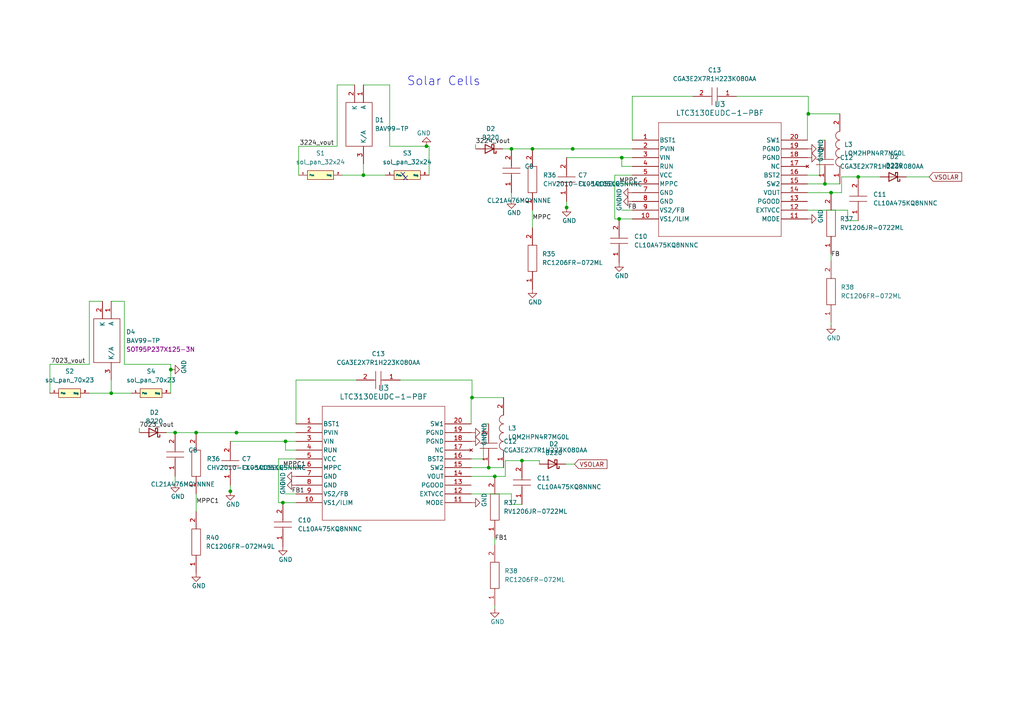
<source format=kicad_sch>
(kicad_sch (version 20230121) (generator eeschema)
  (paper "A4")
  (lib_symbols
    (symbol "AA_AUTO_LOADER:BAV99-TP" (pin_names (offset 0.762))
      (property "Reference" "D" (at 19.05 7.62 0))
      (property "Value" "BAV99-TP" (at 19.05 5.08 0))
      (symbol "BAV99-TP_0_0"
        (pin passive line (at 0 0 0) (length 5.08) (name "A") (number "1"))
        (pin passive line (at 0 -2.54 0) (length 5.08) (name "K") (number "2"))
        (pin passive line (at 22.86 0 180) (length 5.08) (name "K/A") (number "3"))
      )
    )
    (symbol "AA_AUTO_LOADER:CGA3E2X7R1H223K080AA" (pin_names (offset 0.762))
      (property "Reference" "C" (at 8.89 6.35 0))
      (property "Value" "CGA3E2X7R1H223K080AA" (at 8.89 3.81 0))
      (symbol "CGA3E2X7R1H223K080AA_0_0"
        (pin passive line (at 0 0 0) (length 5.08) (name "~") (number "1"))
        (pin passive line (at 12.7 0 180) (length 5.08) (name "~") (number "2"))
      )
    )
    (symbol "AA_AUTO_LOADER:CHV2010-FX-1005ELF" (pin_names (offset 0.762))
      (property "Reference" "R" (at 13.97 6.35 0))
      (property "Value" "CHV2010-FX-1005ELF" (at 13.97 3.81 0))
      (symbol "CHV2010-FX-1005ELF_0_0"
        (pin passive line (at 0 0 0) (length 5.08) (name "~") (number "1"))
        (pin passive line (at 17.78 0 180) (length 5.08) (name "~") (number "2"))
      )
    )
    (symbol "AA_AUTO_LOADER:CL05A105KQ5NNNC" (pin_names (offset 0.762))
      (property "Reference" "C" (at 8.89 6.35 0))
      (property "Value" "CL05A105KQ5NNNC" (at 8.89 3.81 0))
      (symbol "CL05A105KQ5NNNC_0_0"
        (pin passive line (at 0 0 0) (length 5.08) (name "~") (number "1"))
        (pin passive line (at 12.7 0 180) (length 5.08) (name "~") (number "2"))
      )
    )
    (symbol "AA_AUTO_LOADER:CL10A475KQ8NNNC" (pin_names (offset 0.762))
      (property "Reference" "C" (at 8.89 6.35 0))
      (property "Value" "CL10A475KQ8NNNC" (at 8.89 3.81 0))
      (symbol "CL10A475KQ8NNNC_0_0"
        (pin passive line (at 0 0 0) (length 5.08) (name "~") (number "1"))
        (pin passive line (at 12.7 0 180) (length 5.08) (name "~") (number "2"))
      )
    )
    (symbol "AA_AUTO_LOADER:CL21A476MQYNNNE" (pin_names (offset 0.762))
      (property "Reference" "C" (at 8.89 6.35 0))
      (property "Value" "CL21A476MQYNNNE" (at 8.89 3.81 0))
      (symbol "CL21A476MQYNNNE_0_0"
        (pin passive line (at 0 0 0) (length 5.08) (name "~") (number "1"))
        (pin passive line (at 12.7 0 180) (length 5.08) (name "~") (number "2"))
      )
    )
    (symbol "AA_AUTO_LOADER:LQM2HPN4R7MG0L" (pin_names (offset 0.762))
      (property "Reference" "L" (at 16.51 6.35 0))
      (property "Value" "LQM2HPN4R7MG0L" (at 16.51 3.81 0))
      (symbol "LQM2HPN4R7MG0L_0_0"
        (pin passive line (at 0 0 0) (length 5.08) (name "~") (number "1"))
        (pin passive line (at 20.32 0 180) (length 5.08) (name "~") (number "2"))
      )
    )
    (symbol "AA_AUTO_LOADER:RC1206FR-072M49L" (pin_names (offset 0.762))
      (property "Reference" "R" (at 13.97 6.35 0))
      (property "Value" "RC1206FR-072M49L" (at 13.97 3.81 0))
      (symbol "RC1206FR-072M49L_0_0"
        (pin passive line (at 0 0 0) (length 5.08) (name "~") (number "1"))
        (pin passive line (at 17.78 0 180) (length 5.08) (name "~") (number "2"))
      )
    )
    (symbol "AA_AUTO_LOADER:RC1206FR-072ML" (pin_names (offset 0.762))
      (property "Reference" "R" (at 13.97 6.35 0))
      (property "Value" "RC1206FR-072ML" (at 13.97 3.81 0))
      (symbol "RC1206FR-072ML_0_0"
        (pin passive line (at 0 0 0) (length 5.08) (name "~") (number "1"))
        (pin passive line (at 17.78 0 180) (length 5.08) (name "~") (number "2"))
      )
    )
    (symbol "AA_AUTO_LOADER:RV1206JR-0722ML" (pin_names (offset 0.762))
      (property "Reference" "R" (at 13.97 6.35 0))
      (property "Value" "RV1206JR-0722ML" (at 13.97 3.81 0))
      (symbol "RV1206JR-0722ML_0_0"
        (pin passive line (at 0 0 0) (length 5.08) (name "~") (number "1"))
        (pin passive line (at 17.78 0 180) (length 5.08) (name "~") (number "2"))
      )
    )
    (symbol "Diode:B220" (pin_numbers hide) (pin_names (offset 1.016) hide)
      (property "Reference" "D" (at 0 2.54 0))
      (property "Value" "B220" (at 0 -2.54 0))
      (symbol "B220_1_1"
        (pin passive line (at -3.81 0 0) (length 2.54) (name "K") (number "1"))
        (pin passive line (at 3.81 0 180) (length 2.54) (name "A") (number "2"))
      )
    )
    (symbol "LTC3130:LTC3130EUDC-1-PBF" (pin_names (offset 0.254))
      (property "Reference" "U" (at 25.4 10.16 0))
      (property "Value" "LTC3130EUDC-1-PBF" (at 25.4 7.62 0))
      (symbol "LTC3130EUDC-1-PBF_0_1"
        (pin unspecified line (at 0 0 0) (length 7.62) (name "BST1") (number "1"))
        (pin bidirectional line (at 0 -22.86 0) (length 7.62) (name "VS1/ILIM") (number "10"))
        (pin unspecified line (at 50.8 -22.86 180) (length 7.62) (name "MODE") (number "11"))
        (pin input line (at 50.8 -20.32 180) (length 7.62) (name "EXTVCC") (number "12"))
        (pin output line (at 50.8 -17.78 180) (length 7.62) (name "PGOOD") (number "13"))
        (pin output line (at 50.8 -15.24 180) (length 7.62) (name "VOUT") (number "14"))
        (pin unspecified line (at 50.8 -12.7 180) (length 7.62) (name "SW2") (number "15"))
        (pin unspecified line (at 50.8 -10.16 180) (length 7.62) (name "BST2") (number "16"))
        (pin no_connect line (at 50.8 -7.62 180) (length 7.62) (name "NC") (number "17"))
        (pin power_out line (at 50.8 -5.08 180) (length 7.62) (name "PGND") (number "18"))
        (pin power_out line (at 50.8 -2.54 180) (length 7.62) (name "PGND") (number "19"))
        (pin input line (at 0 -2.54 0) (length 7.62) (name "PVIN") (number "2"))
        (pin unspecified line (at 50.8 0 180) (length 7.62) (name "SW1") (number "20"))
        (pin input line (at 0 -5.08 0) (length 7.62) (name "VIN") (number "3"))
        (pin input line (at 0 -7.62 0) (length 7.62) (name "RUN") (number "4"))
        (pin power_in line (at 0 -10.16 0) (length 7.62) (name "VCC") (number "5"))
        (pin unspecified line (at 0 -12.7 0) (length 7.62) (name "MPPC") (number "6"))
        (pin power_out line (at 0 -15.24 0) (length 7.62) (name "GND") (number "7"))
        (pin power_out line (at 0 -17.78 0) (length 7.62) (name "GND") (number "8"))
        (pin bidirectional line (at 0 -20.32 0) (length 7.62) (name "VS2/FB") (number "9"))
      )
    )
    (symbol "power:GND" (power) (pin_names (offset 0))
      (property "Value" "GND" (at 0 -3.81 0))
      (symbol "GND_1_1"
        (pin power_in line (at 0 0 270) (length 0) hide (name "GND") (number "1"))
      )
    )
    (symbol "solar_symbol_lib:sol_pan_32x24"
      (property "Reference" "S?" (at 1.27 -1.27 0))
      (property "Value" "sol_pan_32x24" (at 1.27 1.27 0))
      (symbol "sol_pan_32x24_1_1"
        (pin output line (at -5.08 -3.81 0) (length 2.54) (name "Pos") (number "1"))
        (pin output line (at 7.62 -3.81 180) (length 2.54) (name "Neg") (number "2"))
      )
    )
    (symbol "solar_symbol_lib:sol_pan_70x23"
      (property "Reference" "S?" (at 0 2.54 0))
      (property "Value" "sol_pan_70x23" (at 0 7.62 0))
      (symbol "sol_pan_70x23_1_1"
        (pin output line (at -5.08 0 0) (length 2.54) (name "Pos") (number "1"))
        (pin output line (at 6.35 0 180) (length 2.54) (name "Neg") (number "2"))
      )
    )
  )
  (junction (at 136.906 115.316))
  (junction (at 148.336 43.18))
  (junction (at 151.384 133.604))
  (junction (at 49.53 107.188))
  (junction (at 154.432 43.18))
  (junction (at 82.042 145.796))
  (junction (at 105.41 50.8))
  (junction (at 179.578 63.5))
  (junction (at 164.338 60.198))
  (junction (at 56.896 125.476))
  (junction (at 239.268 53.34))
  (junction (at 141.732 135.636))
  (junction (at 66.802 142.494))
  (junction (at 241.046 55.88))
  (junction (at 180.34 45.72))
  (junction (at 32.258 114.046))
  (junction (at 166.116 43.18))
  (junction (at 143.51 138.176))
  (junction (at 123.698 42.418))
  (junction (at 82.804 128.016))
  (junction (at 234.442 33.02))
  (junction (at 50.8 125.476))
  (junction (at 248.92 51.308))
  (junction (at 68.58 125.476))
  (no_connect (at 117.602 51.562))
  (no_connect (at 116.84 50.546))
  (wire (pts (xy 14.478 105.664) (xy 25.908 105.664)))
  (wire (pts (xy 148.336 57.912) (xy 148.336 55.88)))
  (wire (pts (xy 40.386 124.206) (xy 40.386 125.476)))
  (wire (pts (xy 243.586 33.02) (xy 234.442 33.02)))
  (wire (pts (xy 105.41 47.498) (xy 105.41 50.8)))
  (wire (pts (xy 180.34 45.72) (xy 180.34 48.26)))
  (wire (pts (xy 244.094 51.308) (xy 248.92 51.308)))
  (wire (pts (xy 136.652 135.636) (xy 141.732 135.636)))
  (wire (pts (xy 234.442 33.02) (xy 234.188 33.02)))
  (wire (pts (xy 68.58 125.476) (xy 68.58 125.222)))
  (wire (pts (xy 180.34 60.96) (xy 183.388 60.96)))
  (wire (pts (xy 32.258 110.236) (xy 32.258 114.046)))
  (wire (pts (xy 244.094 55.88) (xy 244.094 51.308)))
  (wire (pts (xy 85.852 133.096) (xy 80.772 133.096)))
  (wire (pts (xy 82.804 128.016) (xy 66.802 128.016)))
  (wire (pts (xy 136.652 138.176) (xy 143.51 138.176)))
  (wire (pts (xy 156.464 133.604) (xy 151.384 133.604)))
  (wire (pts (xy 124.46 42.418) (xy 124.46 50.8)))
  (wire (pts (xy 143.51 138.176) (xy 146.558 138.176)))
  (wire (pts (xy 85.852 122.936) (xy 85.852 110.236)))
  (wire (pts (xy 262.89 51.308) (xy 269.494 51.308)))
  (wire (pts (xy 213.614 27.94) (xy 234.442 27.94)))
  (wire (pts (xy 82.804 130.556) (xy 85.852 130.556)))
  (wire (pts (xy 183.388 50.8) (xy 178.308 50.8)))
  (wire (pts (xy 183.388 27.94) (xy 200.914 27.94)))
  (wire (pts (xy 49.53 107.188) (xy 49.53 114.046)))
  (wire (pts (xy 105.41 24.638) (xy 113.03 24.638)))
  (wire (pts (xy 141.732 135.636) (xy 146.05 135.636)))
  (wire (pts (xy 66.802 142.494) (xy 66.802 140.716)))
  (wire (pts (xy 97.79 24.638) (xy 97.79 42.418)))
  (wire (pts (xy 102.87 24.638) (xy 97.79 24.638)))
  (wire (pts (xy 237.744 40.64) (xy 237.744 50.8)))
  (wire (pts (xy 241.046 55.88) (xy 244.094 55.88)))
  (wire (pts (xy 178.308 50.8) (xy 178.308 63.5)))
  (wire (pts (xy 82.804 128.016) (xy 82.804 130.556)))
  (wire (pts (xy 86.614 42.418) (xy 97.79 42.418)))
  (wire (pts (xy 25.908 114.046) (xy 32.258 114.046)))
  (wire (pts (xy 148.336 143.256) (xy 148.336 146.304)))
  (wire (pts (xy 164.084 134.62) (xy 166.624 134.62)))
  (wire (pts (xy 99.314 50.8) (xy 105.41 50.8)))
  (wire (pts (xy 180.34 45.72) (xy 164.338 45.72)))
  (wire (pts (xy 166.116 43.18) (xy 183.388 43.18)))
  (wire (pts (xy 137.922 43.18) (xy 138.176 43.18)))
  (wire (pts (xy 116.078 110.236) (xy 136.906 110.236)))
  (wire (pts (xy 49.53 105.664) (xy 49.53 107.188)))
  (wire (pts (xy 148.336 43.18) (xy 154.432 43.18)))
  (wire (pts (xy 164.338 60.198) (xy 164.338 58.42)))
  (wire (pts (xy 255.27 51.308) (xy 248.92 51.308)))
  (wire (pts (xy 123.698 42.418) (xy 124.46 42.418)))
  (wire (pts (xy 14.478 114.046) (xy 14.478 105.664)))
  (wire (pts (xy 239.268 40.64) (xy 237.744 40.64)))
  (wire (pts (xy 245.872 60.96) (xy 245.872 64.008)))
  (wire (pts (xy 145.796 43.18) (xy 148.336 43.18)))
  (wire (pts (xy 178.308 63.5) (xy 179.578 63.5)))
  (wire (pts (xy 241.046 94.234) (xy 241.046 93.472)))
  (wire (pts (xy 241.046 75.692) (xy 241.046 73.66)))
  (wire (pts (xy 105.41 50.8) (xy 111.76 50.8)))
  (wire (pts (xy 81.28 135.636) (xy 85.852 135.636)))
  (wire (pts (xy 179.578 63.5) (xy 183.388 63.5)))
  (wire (pts (xy 239.268 53.34) (xy 243.586 53.34)))
  (wire (pts (xy 136.906 115.316) (xy 136.652 115.316)))
  (wire (pts (xy 146.05 115.316) (xy 136.906 115.316)))
  (wire (pts (xy 183.388 40.64) (xy 183.388 27.94)))
  (wire (pts (xy 29.718 87.376) (xy 25.908 87.376)))
  (wire (pts (xy 113.03 42.418) (xy 123.698 42.418)))
  (wire (pts (xy 40.386 125.476) (xy 40.64 125.476)))
  (wire (pts (xy 66.802 142.494) (xy 66.802 142.748)))
  (wire (pts (xy 237.744 50.8) (xy 234.188 50.8)))
  (wire (pts (xy 80.772 145.796) (xy 82.042 145.796)))
  (wire (pts (xy 156.464 134.62) (xy 156.464 133.604)))
  (wire (pts (xy 85.852 128.016) (xy 82.804 128.016)))
  (wire (pts (xy 32.258 114.046) (xy 38.1 114.046)))
  (wire (pts (xy 68.58 125.476) (xy 85.852 125.476)))
  (wire (pts (xy 245.872 64.008) (xy 248.92 64.008)))
  (wire (pts (xy 140.208 133.096) (xy 136.652 133.096)))
  (wire (pts (xy 183.388 45.72) (xy 180.34 45.72)))
  (wire (pts (xy 137.922 41.91) (xy 137.922 43.18)))
  (wire (pts (xy 113.03 24.638) (xy 113.03 42.418)))
  (wire (pts (xy 234.188 53.34) (xy 239.268 53.34)))
  (wire (pts (xy 143.51 176.53) (xy 143.51 175.768)))
  (wire (pts (xy 166.116 43.18) (xy 166.116 42.926)))
  (wire (pts (xy 50.8 140.208) (xy 50.8 138.176)))
  (wire (pts (xy 178.816 53.34) (xy 183.388 53.34)))
  (wire (pts (xy 25.908 87.376) (xy 25.908 105.664)))
  (wire (pts (xy 32.258 87.376) (xy 36.068 87.376)))
  (wire (pts (xy 56.896 125.476) (xy 68.58 125.476)))
  (wire (pts (xy 48.26 125.476) (xy 50.8 125.476)))
  (wire (pts (xy 86.614 50.8) (xy 86.614 42.418)))
  (wire (pts (xy 164.338 60.198) (xy 164.338 60.452)))
  (wire (pts (xy 234.188 60.96) (xy 245.872 60.96)))
  (wire (pts (xy 154.432 66.04) (xy 154.432 60.96)))
  (wire (pts (xy 56.896 148.336) (xy 56.896 143.256)))
  (wire (pts (xy 234.188 55.88) (xy 241.046 55.88)))
  (wire (pts (xy 180.34 48.26) (xy 183.388 48.26)))
  (wire (pts (xy 140.208 122.936) (xy 140.208 133.096)))
  (wire (pts (xy 154.432 43.18) (xy 166.116 43.18)))
  (wire (pts (xy 148.336 146.304) (xy 151.384 146.304)))
  (wire (pts (xy 146.558 138.176) (xy 146.558 133.604)))
  (wire (pts (xy 136.906 110.236) (xy 136.906 115.316)))
  (wire (pts (xy 234.442 27.94) (xy 234.442 33.02)))
  (wire (pts (xy 234.188 33.02) (xy 234.188 40.64)))
  (wire (pts (xy 85.852 110.236) (xy 103.378 110.236)))
  (wire (pts (xy 146.558 133.604) (xy 151.384 133.604)))
  (wire (pts (xy 80.772 133.096) (xy 80.772 145.796)))
  (wire (pts (xy 136.652 143.256) (xy 148.336 143.256)))
  (wire (pts (xy 36.068 87.376) (xy 36.068 105.664)))
  (wire (pts (xy 50.8 125.476) (xy 56.896 125.476)))
  (wire (pts (xy 136.652 115.316) (xy 136.652 122.936)))
  (wire (pts (xy 82.042 145.796) (xy 85.852 145.796)))
  (wire (pts (xy 143.51 157.988) (xy 143.51 155.956)))
  (wire (pts (xy 141.732 122.936) (xy 140.208 122.936)))
  (wire (pts (xy 82.804 143.256) (xy 85.852 143.256)))
  (wire (pts (xy 36.068 105.664) (xy 49.53 105.664)))
  (text "Solar Cells" (at 139.446 25.146 0) (effects (font (size 2.54 2.54)) (justify right bottom)))
  (label "FB1" (at 84.582 143.256 0))
  (label "FB" (at 182.118 60.96 0))
  (label "FB" (at 241.046 74.676 0))
  (label "MPPC1" (at 56.896 146.304 0))
  (label "7023_vout" (at 40.386 124.206 0))
  (label "3224_vout" (at 137.922 41.91 0))
  (label "3224_vout" (at 86.868 42.418 0))
  (label "MPPC" (at 179.578 53.34 0))
  (label "MPPC1" (at 82.042 135.636 0))
  (label "MPPC" (at 154.432 64.008 0))
  (label "7023_vout" (at 14.732 105.664 0))
  (label "FB1" (at 143.51 156.972 0))
  (global_label "VSOLAR" (shape input) (at 269.494 51.308 0) (property "Intersheetrefs" "${INTERSHEET_REFS}" (effects hide)))
  (global_label "VSOLAR" (shape input) (at 166.624 134.62 0) (property "Intersheetrefs" "${INTERSHEET_REFS}" (effects hide)))
  (symbol (lib_id "power:GND") (at 136.652 145.796 90) (mirror x) (unit 1)
    (property "Reference" "#PWR?" (effects hide))
    (property "Value" "GND" (at 140.462 147.066 0) (effects (justify right)))
    (instances (project "xpanel" (path "" (reference "#PWR?") (unit 1))) (project "Xpanel_V1_final" (path "" (reference "#PWR037") (unit 1)) (path "" (reference "#PWR049") (unit 1))))
  )
  (symbol (lib_id "power:GND") (at 179.578 76.2 0) (mirror y) (unit 1)
    (property "Reference" "#PWR?" (effects hide))
    (property "Value" "GND" (at 178.308 80.01 0) (effects (justify right)))
    (instances (project "xpanel" (path "" (reference "#PWR?") (unit 1))) (project "Xpanel_V1_final" (path "" (reference "#PWR036") (unit 1)) (path "" (reference "#PWR010") (unit 1))))
  )
  (symbol (lib_id "AA_AUTO_LOADER:RC1206FR-072M49L") (at 56.896 166.116 90) (unit 1)
    (property "Reference" "R40" (at 59.69 155.956 90) (effects (justify right)))
    (property "Value" "RC1206FR-072M49L" (at 59.69 158.496 90) (effects (justify right)))
    (property "Footprint" "RESC3116X65N" (effects hide))
    (property "Datasheet" "https://www.sos.sk/productdata/35/10/4/35104/RC1206.pdf" (effects hide))
    (property "Description" "Thick Film Resistors - SMD 1/4W 2.49M Ohms 1%" (effects hide))
    (property "Height" "0.65" (effects hide))
    (property "Manufacturer_Name" "KEMET" (effects hide))
    (property "Manufacturer_Part_Number" "RC1206FR-072M49L" (effects hide))
    (property "Mouser Part Number" "603-RC1206FR-072M49L" (effects hide))
    (property "Mouser Price/Stock" "https://www.mouser.com/Search/Refine.aspx?Keyword=603-RC1206FR-072M49L" (effects hide))
    (property "Arrow Part Number" "RC1206FR-072M49L" (effects hide))
    (property "Arrow Price/Stock" "https://www.arrow.com/en/products/rc1206fr-072m49l/yageo" (effects hide))
  )
  (symbol (lib_id "AA_AUTO_LOADER:RV1206JR-0722ML") (at 241.046 73.66 90) (unit 1)
    (property "Reference" "R37" (at 243.586 63.5 90) (effects (justify right)))
    (property "Value" "RV1206JR-0722ML" (at 243.586 66.04 90) (effects (justify right)))
    (property "Footprint" "RESC3116X65N" (effects hide))
    (property "Datasheet" "https://datasheet.datasheetarchive.com/originals/distributors/Datasheets_SAMA/3661cb3594286155999f5edf7283be5e.pdf" (effects hide))
    (property "Description" "HIGH VOLTAGE CHIP RESISTORS" (effects hide))
    (property "Height" "0.65" (effects hide))
    (property "Manufacturer_Name" "KEMET" (effects hide))
    (property "Manufacturer_Part_Number" "RV1206JR-0722ML" (effects hide))
    (property "Arrow Part Number" "RV1206JR-0722ML" (effects hide))
    (property "Arrow Price/Stock" "https://www.arrow.com/en/products/rv1206jr-0722ml/yageo" (effects hide))
    (instances (project "Xpanel_V1_final" (path "" (reference "R37") (unit 1)) (path "" (reference "R13") (unit 1))))
  )
  (symbol (lib_id "AA_AUTO_LOADER:CGA3E2X7R1H223K080AA") (at 213.614 27.94 180) (unit 1)
    (property "Reference" "C13" (at 207.264 20.32 0))
    (property "Value" "CGA3E2X7R1H223K080AA" (at 207.264 22.86 0))
    (property "Footprint" "CAPC1608X90N" (effects hide))
    (property "Datasheet" "http://docs-europe.electrocomponents.com/webdocs/14e9/0900766b814e9125.pdf" (effects hide))
    (property "Description" "TDK 22nF Multilayer Ceramic Capacitor MLCC 50 V dc +/-10% X7R Dielectric 1608 Solder Max. Op. Temp. +125C" (effects hide))
    (property "Height" "0.9" (effects hide))
    (property "Manufacturer_Name" "TDK" (effects hide))
    (property "Manufacturer_Part_Number" "CGA3E2X7R1H223K080AA" (effects hide))
    (property "Mouser Part Number" "810-CGA3E2X7R1H223K" (effects hide))
    (property "Mouser Price/Stock" "https://www.mouser.co.uk/ProductDetail/TDK/CGA3E2X7R1H223K080AA?qs=NRhsANhppD%252Baj3NexA80WA%3D%3D" (effects hide))
    (property "Arrow Part Number" "CGA3E2X7R1H223K080AA" (effects hide))
    (property "Arrow Price/Stock" "https://www.arrow.com/en/products/cga3e2x7r1h223k080aa/tdk?region=nac" (effects hide))
    (instances (project "Xpanel_V1_final" (path "" (reference "C13") (unit 1)) (path "" (reference "C5") (unit 1))))
  )
  (symbol (lib_id "power:GND") (at 136.652 128.016 90) (mirror x) (unit 1)
    (property "Reference" "#PWR?" (effects hide))
    (property "Value" "GND" (at 140.462 129.286 0) (effects (justify right)))
    (instances (project "xpanel" (path "" (reference "#PWR?") (unit 1))) (project "Xpanel_V1_final" (path "" (reference "#PWR034") (unit 1)) (path "" (reference "#PWR048") (unit 1))))
  )
  (symbol (lib_id "power:GND") (at 56.896 166.116 0) (mirror y) (unit 1)
    (property "Reference" "#PWR?" (effects hide))
    (property "Value" "GND" (at 55.626 169.926 0) (effects (justify right)))
    (instances (project "xpanel" (path "" (reference "#PWR?") (unit 1))) (project "Xpanel_V1_final" (path "" (reference "#PWR039") (unit 1)) (path "" (reference "#PWR042") (unit 1))))
  )
  (symbol (lib_id "LTC3130:LTC3130EUDC-1-PBF") (at 85.852 122.936 0) (unit 1)
    (property "Reference" "U3" (at 111.252 112.522 0) (effects (font (size 1.524 1.524))))
    (property "Value" "LTC3130EUDC-1-PBF" (at 111.252 115.062 0) (effects (font (size 1.524 1.524))))
    (property "Footprint" "UDC_20_ADI" (effects hide))
    (property "Datasheet" "LTC3130EUDC-1-PBF" (effects hide))
    (instances (project "Xpanel_V1_final" (path "" (reference "U3") (unit 1)) (path "" (reference "U4") (unit 1))))
  )
  (symbol (lib_id "power:GND") (at 66.802 142.494 0) (mirror y) (unit 1)
    (property "Reference" "#PWR?" (effects hide))
    (property "Value" "GND" (at 65.532 146.304 0) (effects (justify right)))
    (instances (project "xpanel" (path "" (reference "#PWR?") (unit 1))) (project "Xpanel_V1_final" (path "" (reference "#PWR031") (unit 1)) (path "" (reference "#PWR043") (unit 1))))
  )
  (symbol (lib_id "AA_AUTO_LOADER:CHV2010-FX-1005ELF") (at 56.896 143.256 90) (unit 1)
    (property "Reference" "R36" (at 59.944 133.096 90) (effects (justify right)))
    (property "Value" "CHV2010-FX-1005ELF" (at 59.944 135.636 90) (effects (justify right)))
    (property "Footprint" "RESC5025X70N" (effects hide))
    (property "Datasheet" "https://datasheet.datasheetarchive.com/originals/distributors/DKDS-12/224757.pdf" (effects hide))
    (property "Description" "Bourns CHV Series Thick Film High Voltage Resistor 2010 Case 0.5W +/-100ppm/C" (effects hide))
    (property "Height" "0.7" (effects hide))
    (property "Manufacturer_Name" "Bourns" (effects hide))
    (property "Manufacturer_Part_Number" "CHV2010-FX-1005ELF" (effects hide))
    (property "Mouser Part Number" "652-CHV2010FX1005ELF" (effects hide))
    (property "Mouser Price/Stock" "https://www.mouser.co.uk/ProductDetail/Bourns/CHV2010-FX-1005ELF?qs=m3kjewahW8Q3Mon3mD%2F3Vw%3D%3D" (effects hide))
    (property "Arrow Part Number" "CHV2010-FX-1005ELF" (effects hide))
    (property "Arrow Price/Stock" "https://www.arrow.com/en/products/chv2010-fx-1005elf/bourns" (effects hide))
    (instances (project "Xpanel_V1_final" (path "" (reference "R36") (unit 1)) (path "" (reference "R39") (unit 1))))
  )
  (symbol (lib_id "AA_AUTO_LOADER:CL05A105KQ5NNNC") (at 164.338 58.42 90) (unit 1)
    (property "Reference" "C7" (at 167.64 50.8 90) (effects (justify right)))
    (property "Value" "CL05A105KQ5NNNC" (at 167.64 53.34 90) (effects (justify right)))
    (property "Footprint" "CAPC1005X55N" (effects hide))
    (property "Datasheet" "https://altium.componentsearchengine.com/Datasheets/2/CL05A105KQ5NNNC.pdf" (effects hide))
    (property "Description" "Samsung Electro-Mechanics 0402 CL 1uF Ceramic Multilayer Capacitor, 6.3 V, +85C, X5R Dielectric, +/-10% SMD" (effects hide))
    (property "Height" "0.55" (effects hide))
    (property "Manufacturer_Name" "SAMSUNG" (effects hide))
    (property "Manufacturer_Part_Number" "CL05A105KQ5NNNC" (effects hide))
    (property "Mouser Part Number" "187-CL05A105KQ5NNNC" (effects hide))
    (property "Mouser Price/Stock" "https://www.mouser.co.uk/ProductDetail/Samsung-Electro-Mechanics/CL05A105KQ5NNNC?qs=hqM3L16%252BxlcZ9I8tt8QWVg%3D%3D" (effects hide))
    (property "Arrow Part Number" "CL05A105KQ5NNNC" (effects hide))
    (property "Arrow Price/Stock" "https://www.arrow.com/en/products/cl05a105kq5nnnc/samsung-electro-mechanics?region=europe" (effects hide))
    (instances (project "Xpanel_V1_final" (path "" (reference "C7") (unit 1)) (path "" (reference "C3") (unit 1))))
  )
  (symbol (lib_id "AA_AUTO_LOADER:RC1206FR-072ML") (at 154.432 83.82 90) (unit 1)
    (property "Reference" "R35" (at 157.226 73.66 90) (effects (justify right)))
    (property "Value" "RC1206FR-072ML" (at 157.226 76.2 90) (effects (justify right)))
    (property "Footprint" "RESC3116X65N" (effects hide))
    (property "Datasheet" "https://www.sos.sk/productdata/35/10/4/35104/RC1206.pdf" (effects hide))
    (property "Description" "Yageo RC1206 Series Thick Film Surface Mount Resistor 1206 Case 2M +/-1% 0.25W +/-100ppm/C" (effects hide))
    (property "Height" "0.65" (effects hide))
    (property "Manufacturer_Name" "KEMET" (effects hide))
    (property "Manufacturer_Part_Number" "RC1206FR-072ML" (effects hide))
    (property "Mouser Part Number" "603-RC1206FR-072ML" (effects hide))
    (property "Mouser Price/Stock" "https://www.mouser.co.uk/ProductDetail/Yageo/RC1206FR-072ML?qs=fiyQ2z0a5elvbAYRlue2vA%3D%3D" (effects hide))
    (instances (project "Xpanel_V1_final" (path "" (reference "R35") (unit 1)) (path "" (reference "R9") (unit 1))))
  )
  (symbol (lib_id "power:GND") (at 183.388 58.42 270) (mirror x) (unit 1)
    (property "Reference" "#PWR?" (effects hide))
    (property "Value" "GND" (at 179.578 57.15 0) (effects (justify right)))
    (instances (project "xpanel" (path "" (reference "#PWR?") (unit 1))) (project "Xpanel_V1_final" (path "" (reference "#PWR033") (unit 1)) (path "" (reference "#PWR012") (unit 1))))
  )
  (symbol (lib_id "solar_symbol_lib:sol_pan_70x23") (at 19.558 114.046 0) (unit 1)
    (property "Reference" "S2" (at 20.193 107.696 0))
    (property "Value" "sol_pan_70x23" (at 20.193 110.236 0))
    (property "Footprint" "CUSTOM_SOLAR_7023:sol_pan_SM141K10TFS_70x23" (effects hide))
    (instances (project "Xpanel_V1_final" (path "" (reference "S2") (unit 1)) (path "" (reference "S3") (unit 1))))
  )
  (symbol (lib_id "AA_AUTO_LOADER:LQM2HPN4R7MG0L") (at 243.586 53.34 90) (unit 1)
    (property "Reference" "L3" (at 244.856 41.91 90) (effects (justify right)))
    (property "Value" "LQM2HPN4R7MG0L" (at 244.856 44.45 90) (effects (justify right)))
    (property "Footprint" "LQM2HPN1R0MG0L" (effects hide))
    (property "Datasheet" "https://psearch.en.murata.com/inductor/product/LQM2HPN4R7MG0%23.html" (effects hide))
    (property "Description" "Inductor SMD 1008 shielded 4.7uH Murata LQM2HP_G0 Series 4700 nH +/-20% Ferrite Multilayer SMD Inductor, 1008 Case, SRF: 0.025GHz 1.1A dc 138m Rdc" (effects hide))
    (property "Height" "1" (effects hide))
    (property "Manufacturer_Name" "Murata Electronics" (effects hide))
    (property "Manufacturer_Part_Number" "LQM2HPN4R7MG0L" (effects hide))
    (property "Mouser Part Number" "81-LQM2HPN4R7MG0L" (effects hide))
    (property "Mouser Price/Stock" "https://www.mouser.co.uk/ProductDetail/Murata-Electronics/LQM2HPN4R7MG0L?qs=%2F%252BYoplLUB5jnkqM2%2FFTc3g%3D%3D" (effects hide))
    (property "Arrow Part Number" "LQM2HPN4R7MG0L" (effects hide))
    (property "Arrow Price/Stock" "https://www.arrow.com/en/products/lqm2hpn4r7mg0l/murata-manufacturing?region=nac" (effects hide))
  )
  (symbol (lib_id "power:GND") (at 234.188 43.18 90) (mirror x) (unit 1)
    (property "Reference" "#PWR?" (effects hide))
    (property "Value" "GND" (at 237.998 44.45 0) (effects (justify right)))
    (instances (project "xpanel" (path "" (reference "#PWR?") (unit 1))) (project "Xpanel_V1_final" (path "" (reference "#PWR035") (unit 1)) (path "" (reference "#PWR016") (unit 1))))
  )
  (symbol (lib_id "AA_AUTO_LOADER:CL10A475KQ8NNNC") (at 248.92 64.008 90) (unit 1)
    (property "Reference" "C11" (at 253.238 56.388 90) (effects (justify right)))
    (property "Value" "CL10A475KQ8NNNC" (at 253.238 58.928 90) (effects (justify right)))
    (property "Footprint" "CAPC1608X90N" (effects hide))
    (property "Datasheet" "https://lcsc.componentsearchengine.com/Datasheets/2/CL10A475KQ8NNNC.pdf" (effects hide))
    (property "Description" "Samsung Electro-Mechanics 0603 CL 4.7uF Ceramic Multilayer Capacitor, 6.3 V, +85C, X5R Dielectric, +/-10% SMD" (effects hide))
    (property "Height" "0.9" (effects hide))
    (property "Manufacturer_Name" "SAMSUNG" (effects hide))
    (property "Manufacturer_Part_Number" "CL10A475KQ8NNNC" (effects hide))
    (property "Mouser Part Number" "187-CL10A475KQ8NNNC" (effects hide))
    (property "Mouser Price/Stock" "https://www.mouser.co.uk/ProductDetail/Samsung-Electro-Mechanics/CL10A475KQ8NNNC?qs=349EhDEZ59oYfMfehxxCwQ%3D%3D" (effects hide))
    (property "Arrow Part Number" "CL10A475KQ8NNNC" (effects hide))
    (property "Arrow Price/Stock" "https://www.arrow.com/en/products/cl10a475kq8nnnc/samsung-electro-mechanics?region=europe" (effects hide))
    (instances (project "Xpanel_V1_final" (path "" (reference "C11") (unit 1)) (path "" (reference "C9") (unit 1))))
  )
  (symbol (lib_id "AA_AUTO_LOADER:CL10A475KQ8NNNC") (at 151.384 146.304 90) (unit 1)
    (property "Reference" "C11" (at 155.702 138.684 90) (effects (justify right)))
    (property "Value" "CL10A475KQ8NNNC" (at 155.702 141.224 90) (effects (justify right)))
    (property "Footprint" "CAPC1608X90N" (effects hide))
    (property "Datasheet" "https://lcsc.componentsearchengine.com/Datasheets/2/CL10A475KQ8NNNC.pdf" (effects hide))
    (property "Description" "Samsung Electro-Mechanics 0603 CL 4.7uF Ceramic Multilayer Capacitor, 6.3 V, +85C, X5R Dielectric, +/-10% SMD" (effects hide))
    (property "Height" "0.9" (effects hide))
    (property "Manufacturer_Name" "SAMSUNG" (effects hide))
    (property "Manufacturer_Part_Number" "CL10A475KQ8NNNC" (effects hide))
    (property "Mouser Part Number" "187-CL10A475KQ8NNNC" (effects hide))
    (property "Mouser Price/Stock" "https://www.mouser.co.uk/ProductDetail/Samsung-Electro-Mechanics/CL10A475KQ8NNNC?qs=349EhDEZ59oYfMfehxxCwQ%3D%3D" (effects hide))
    (property "Arrow Part Number" "CL10A475KQ8NNNC" (effects hide))
    (property "Arrow Price/Stock" "https://www.arrow.com/en/products/cl10a475kq8nnnc/samsung-electro-mechanics?region=europe" (effects hide))
    (instances (project "Xpanel_V1_final" (path "" (reference "C11") (unit 1)) (path "" (reference "C19") (unit 1))))
  )
  (symbol (lib_id "Diode:B220") (at 160.274 134.62 180) (unit 1)
    (property "Reference" "D2" (at 160.5915 128.778 0))
    (property "Value" "B220" (at 160.5915 131.318 0))
    (property "Footprint" "Diode_SMD:D_SMB" (effects hide))
    (property "Datasheet" "http://www.jameco.com/Jameco/Products/ProdDS/1538777.pdf" (effects hide))
    (instances (project "Xpanel_V1_final" (path "" (reference "D2") (unit 1)) (path "" (reference "D7") (unit 1))))
  )
  (symbol (lib_id "AA_AUTO_LOADER:RC1206FR-072ML") (at 143.51 175.768 90) (unit 1)
    (property "Reference" "R38" (at 146.304 165.608 90) (effects (justify right)))
    (property "Value" "RC1206FR-072ML" (at 146.304 168.148 90) (effects (justify right)))
    (property "Footprint" "RESC3116X65N" (effects hide))
    (property "Datasheet" "https://www.sos.sk/productdata/35/10/4/35104/RC1206.pdf" (effects hide))
    (property "Description" "Yageo RC1206 Series Thick Film Surface Mount Resistor 1206 Case 2M +/-1% 0.25W +/-100ppm/C" (effects hide))
    (property "Height" "0.65" (effects hide))
    (property "Manufacturer_Name" "KEMET" (effects hide))
    (property "Manufacturer_Part_Number" "RC1206FR-072ML" (effects hide))
    (property "Mouser Part Number" "603-RC1206FR-072ML" (effects hide))
    (property "Mouser Price/Stock" "https://www.mouser.co.uk/ProductDetail/Yageo/RC1206FR-072ML?qs=fiyQ2z0a5elvbAYRlue2vA%3D%3D" (effects hide))
    (instances (project "Xpanel_V1_final" (path "" (reference "R38") (unit 1)) (path "" (reference "R42") (unit 1))))
  )
  (symbol (lib_id "power:GND") (at 234.188 63.5 90) (mirror x) (unit 1)
    (property "Reference" "#PWR?" (effects hide))
    (property "Value" "GND" (at 237.998 64.77 0) (effects (justify right)))
    (instances (project "xpanel" (path "" (reference "#PWR?") (unit 1))) (project "Xpanel_V1_final" (path "" (reference "#PWR037") (unit 1)) (path "" (reference "#PWR018") (unit 1))))
  )
  (symbol (lib_id "power:GND") (at 154.432 83.82 0) (mirror y) (unit 1)
    (property "Reference" "#PWR?" (effects hide))
    (property "Value" "GND" (at 153.162 87.63 0) (effects (justify right)))
    (instances (project "xpanel" (path "" (reference "#PWR?") (unit 1))) (project "Xpanel_V1_final" (path "" (reference "#PWR039") (unit 1)) (path "" (reference "#PWR04") (unit 1))))
  )
  (symbol (lib_id "AA_AUTO_LOADER:CGA3E2X7R1H223K080AA") (at 141.732 135.636 90) (unit 1)
    (property "Reference" "C12" (at 146.05 128.016 90) (effects (justify right)))
    (property "Value" "CGA3E2X7R1H223K080AA" (at 146.05 130.556 90) (effects (justify right)))
    (property "Footprint" "CAPC1608X90N" (effects hide))
    (property "Datasheet" "http://docs-europe.electrocomponents.com/webdocs/14e9/0900766b814e9125.pdf" (effects hide))
    (property "Description" "TDK 22nF Multilayer Ceramic Capacitor MLCC 50 V dc +/-10% X7R Dielectric 1608 Solder Max. Op. Temp. +125C" (effects hide))
    (property "Height" "0.9" (effects hide))
    (property "Manufacturer_Name" "TDK" (effects hide))
    (property "Manufacturer_Part_Number" "CGA3E2X7R1H223K080AA" (effects hide))
    (property "Mouser Part Number" "810-CGA3E2X7R1H223K" (effects hide))
    (property "Mouser Price/Stock" "https://www.mouser.co.uk/ProductDetail/TDK/CGA3E2X7R1H223K080AA?qs=NRhsANhppD%252Baj3NexA80WA%3D%3D" (effects hide))
    (property "Arrow Part Number" "CGA3E2X7R1H223K080AA" (effects hide))
    (property "Arrow Price/Stock" "https://www.arrow.com/en/products/cga3e2x7r1h223k080aa/tdk?region=nac" (effects hide))
    (instances (project "Xpanel_V1_final" (path "" (reference "C12") (unit 1)) (path "" (reference "C18") (unit 1))))
  )
  (symbol (lib_id "AA_AUTO_LOADER:BAV99-TP") (at 32.258 87.376 270) (unit 1)
    (property "Reference" "D4" (at 36.576 96.266 90) (effects (justify left)))
    (property "Value" "BAV99-TP" (at 36.576 98.806 90) (effects (justify left)))
    (property "Footprint" "SOT95P237X125-3N" (at 36.576 101.346 90) (effects (justify left)))
    (property "Datasheet" "https://mccsemi.com/pdf/Products/BAV99(SOT-23).pdf" (effects hide))
    (property "Description" "Diode Array 1 Pair Series Connection 70 V 200mA Surface Mount TO-236-3, SC-59, SOT-23-3" (effects hide))
    (property "Height" "1.25" (effects hide))
    (property "Manufacturer_Name" "MCC" (effects hide))
    (property "Manufacturer_Part_Number" "BAV99-TP" (effects hide))
    (property "Mouser Part Number" "833-BAV99-TP" (effects hide))
    (property "Mouser Price/Stock" "https://www.mouser.co.uk/ProductDetail/Micro-Commercial-Components-MCC/BAV99-TP?qs=KFo7JewZbUG9Ksrbr%252B03HQ%3D%3D" (effects hide))
    (property "Arrow Part Number" "BAV99-TP" (effects hide))
    (property "Arrow Price/Stock" "https://www.arrow.com/en/products/bav99-tp/micro-commercial-components?region=europe" (effects hide))
    (instances (project "Xpanel_V1_final" (path "" (reference "D4") (unit 1)) (path "" (reference "D3") (unit 1))))
  )
  (symbol (lib_id "AA_AUTO_LOADER:CL10A475KQ8NNNC") (at 82.042 158.496 90) (unit 1)
    (property "Reference" "C10" (at 86.36 150.876 90) (effects (justify right)))
    (property "Value" "CL10A475KQ8NNNC" (at 86.36 153.416 90) (effects (justify right)))
    (property "Footprint" "CAPC1608X90N" (effects hide))
    (property "Datasheet" "https://lcsc.componentsearchengine.com/Datasheets/2/CL10A475KQ8NNNC.pdf" (effects hide))
    (property "Description" "Samsung Electro-Mechanics 0603 CL 4.7uF Ceramic Multilayer Capacitor, 6.3 V, +85C, X5R Dielectric, +/-10% SMD" (effects hide))
    (property "Height" "0.9" (effects hide))
    (property "Manufacturer_Name" "SAMSUNG" (effects hide))
    (property "Manufacturer_Part_Number" "CL10A475KQ8NNNC" (effects hide))
    (property "Mouser Part Number" "187-CL10A475KQ8NNNC" (effects hide))
    (property "Mouser Price/Stock" "https://www.mouser.co.uk/ProductDetail/Samsung-Electro-Mechanics/CL10A475KQ8NNNC?qs=349EhDEZ59oYfMfehxxCwQ%3D%3D" (effects hide))
    (property "Arrow Part Number" "CL10A475KQ8NNNC" (effects hide))
    (property "Arrow Price/Stock" "https://www.arrow.com/en/products/cl10a475kq8nnnc/samsung-electro-mechanics?region=europe" (effects hide))
    (instances (project "Xpanel_V1_final" (path "" (reference "C10") (unit 1)) (path "" (reference "C16") (unit 1))))
  )
  (symbol (lib_id "LTC3130:LTC3130EUDC-1-PBF") (at 183.388 40.64 0) (unit 1)
    (property "Reference" "U3" (at 208.788 30.226 0) (effects (font (size 1.524 1.524))))
    (property "Value" "LTC3130EUDC-1-PBF" (at 208.788 32.766 0) (effects (font (size 1.524 1.524))))
    (property "Footprint" "UDC_20_ADI" (effects hide))
    (property "Datasheet" "LTC3130EUDC-1-PBF" (effects hide))
    (instances (project "Xpanel_V1_final" (path "" (reference "U3") (unit 1)) (path "" (reference "U1") (unit 1))))
  )
  (symbol (lib_id "AA_AUTO_LOADER:BAV99-TP") (at 105.41 24.638 270) (unit 1)
    (property "Reference" "D1" (at 108.712 34.798 90) (effects (justify left)))
    (property "Value" "BAV99-TP" (at 108.712 37.338 90) (effects (justify left)))
    (property "Footprint" "SOT95P237X125-3N" (effects hide))
    (property "Datasheet" "https://mccsemi.com/pdf/Products/BAV99(SOT-23).pdf" (effects hide))
    (property "Description" "Diode Array 1 Pair Series Connection 70 V 200mA Surface Mount TO-236-3, SC-59, SOT-23-3" (effects hide))
    (property "Height" "1.25" (effects hide))
    (property "Manufacturer_Name" "MCC" (effects hide))
    (property "Manufacturer_Part_Number" "BAV99-TP" (effects hide))
    (property "Mouser Part Number" "833-BAV99-TP" (effects hide))
    (property "Mouser Price/Stock" "https://www.mouser.co.uk/ProductDetail/Micro-Commercial-Components-MCC/BAV99-TP?qs=KFo7JewZbUG9Ksrbr%252B03HQ%3D%3D" (effects hide))
    (property "Arrow Part Number" "BAV99-TP" (effects hide))
    (property "Arrow Price/Stock" "https://www.arrow.com/en/products/bav99-tp/micro-commercial-components?region=europe" (effects hide))
    (instances (project "Xpanel_V1_final" (path "" (reference "D1") (unit 1)) (path "" (reference "D2") (unit 1))))
  )
  (symbol (lib_id "power:GND") (at 49.53 107.188 90) (mirror x) (unit 1)
    (property "Reference" "#PWR?" (effects hide))
    (property "Value" "GND" (at 53.34 108.458 0) (effects (justify right)))
    (instances (project "xpanel" (path "" (reference "#PWR?") (unit 1))) (project "Xpanel_V1_final" (path "" (reference "#PWR028") (unit 1)) (path "" (reference "#PWR014") (unit 1))))
  )
  (symbol (lib_id "power:GND") (at 164.338 60.198 0) (mirror y) (unit 1)
    (property "Reference" "#PWR?" (effects hide))
    (property "Value" "GND" (at 163.068 64.008 0) (effects (justify right)))
    (instances (project "xpanel" (path "" (reference "#PWR?") (unit 1))) (project "Xpanel_V1_final" (path "" (reference "#PWR031") (unit 1)) (path "" (reference "#PWR08") (unit 1))))
  )
  (symbol (lib_id "power:GND") (at 136.652 125.476 90) (mirror x) (unit 1)
    (property "Reference" "#PWR?" (effects hide))
    (property "Value" "GND" (at 140.462 126.746 0) (effects (justify right)))
    (instances (project "xpanel" (path "" (reference "#PWR?") (unit 1))) (project "Xpanel_V1_final" (path "" (reference "#PWR035") (unit 1)) (path "" (reference "#PWR047") (unit 1))))
  )
  (symbol (lib_id "AA_AUTO_LOADER:CL21A476MQYNNNE") (at 50.8 138.176 90) (unit 1)
    (property "Reference" "C8" (at 54.61 130.556 90) (effects (justify right)))
    (property "Value" "CL21A476MQYNNNE" (at 43.688 140.462 90) (effects (justify right)))
    (property "Footprint" "CAPC2012X135N" (effects hide))
    (property "Datasheet" "https://media.digikey.com/pdf/Data%20Sheets/Samsung%20PDFs/CL_Series_MLCC_ds.pdf" (effects hide))
    (property "Description" "Cap Ceramic 47uF 6.3V X5R 20% Pad SMD 0805 85C T/R" (effects hide))
    (property "Height" "1.35" (effects hide))
    (property "Manufacturer_Name" "SAMSUNG" (effects hide))
    (property "Manufacturer_Part_Number" "CL21A476MQYNNNE" (effects hide))
    (property "Mouser Part Number" "187-CL21A476MQYNNNE" (effects hide))
    (property "Mouser Price/Stock" "https://www.mouser.co.uk/ProductDetail/Samsung-Electro-Mechanics/CL21A476MQYNNNE?qs=yOVawPpwOwkBQMdcEdF9JA%3D%3D" (effects hide))
    (property "Arrow Part Number" "CL21A476MQYNNNE" (effects hide))
    (property "Arrow Price/Stock" "https://www.arrow.com/en/products/cl21a476mqynnne/samsung-electro-mechanics?region=nac" (effects hide))
    (instances (project "Xpanel_V1_final" (path "" (reference "C8") (unit 1)) (path "" (reference "C14") (unit 1))))
  )
  (symbol (lib_id "power:GND") (at 143.51 176.53 0) (mirror y) (unit 1)
    (property "Reference" "#PWR?" (effects hide))
    (property "Value" "GND" (at 142.24 180.34 0) (effects (justify right)))
    (instances (project "xpanel" (path "" (reference "#PWR?") (unit 1))) (project "Xpanel_V1_final" (path "" (reference "#PWR040") (unit 1)) (path "" (reference "#PWR050") (unit 1))))
  )
  (symbol (lib_id "AA_AUTO_LOADER:CL05A105KQ5NNNC") (at 66.802 140.716 90) (unit 1)
    (property "Reference" "C7" (at 70.104 133.096 90) (effects (justify right)))
    (property "Value" "CL05A105KQ5NNNC" (at 70.104 135.636 90) (effects (justify right)))
    (property "Footprint" "CAPC1005X55N" (effects hide))
    (property "Datasheet" "https://altium.componentsearchengine.com/Datasheets/2/CL05A105KQ5NNNC.pdf" (effects hide))
    (property "Description" "Samsung Electro-Mechanics 0402 CL 1uF Ceramic Multilayer Capacitor, 6.3 V, +85C, X5R Dielectric, +/-10% SMD" (effects hide))
    (property "Height" "0.55" (effects hide))
    (property "Manufacturer_Name" "SAMSUNG" (effects hide))
    (property "Manufacturer_Part_Number" "CL05A105KQ5NNNC" (effects hide))
    (property "Mouser Part Number" "187-CL05A105KQ5NNNC" (effects hide))
    (property "Mouser Price/Stock" "https://www.mouser.co.uk/ProductDetail/Samsung-Electro-Mechanics/CL05A105KQ5NNNC?qs=hqM3L16%252BxlcZ9I8tt8QWVg%3D%3D" (effects hide))
    (property "Arrow Part Number" "CL05A105KQ5NNNC" (effects hide))
    (property "Arrow Price/Stock" "https://www.arrow.com/en/products/cl05a105kq5nnnc/samsung-electro-mechanics?region=europe" (effects hide))
    (instances (project "Xpanel_V1_final" (path "" (reference "C7") (unit 1)) (path "" (reference "C15") (unit 1))))
  )
  (symbol (lib_id "Diode:B220") (at 141.986 43.18 180) (unit 1)
    (property "Reference" "D2" (at 142.3035 37.338 0))
    (property "Value" "B220" (at 142.3035 39.878 0))
    (property "Footprint" "Diode_SMD:D_SMB" (effects hide))
    (property "Datasheet" "http://www.jameco.com/Jameco/Products/ProdDS/1538777.pdf" (effects hide))
    (instances (project "Xpanel_V1_final" (path "" (reference "D2") (unit 1)) (path "" (reference "D1") (unit 1))))
  )
  (symbol (lib_id "Diode:B220") (at 44.45 125.476 180) (unit 1)
    (property "Reference" "D2" (at 44.7675 119.634 0))
    (property "Value" "B220" (at 44.7675 122.174 0))
    (property "Footprint" "Diode_SMD:D_SMB" (effects hide))
    (property "Datasheet" "http://www.jameco.com/Jameco/Products/ProdDS/1538777.pdf" (effects hide))
    (instances (project "Xpanel_V1_final" (path "" (reference "D2") (unit 1)) (path "" (reference "D6") (unit 1))))
  )
  (symbol (lib_id "power:GND") (at 123.698 42.418 0) (mirror x) (unit 1)
    (property "Reference" "#PWR?" (effects hide))
    (property "Value" "GND" (at 124.968 38.608 0) (effects (justify right)))
    (instances (project "xpanel" (path "" (reference "#PWR?") (unit 1))) (project "Xpanel_V1_final" (path "" (reference "#PWR027") (unit 1)) (path "" (reference "#PWR09") (unit 1))))
  )
  (symbol (lib_id "power:GND") (at 234.188 45.72 90) (mirror x) (unit 1)
    (property "Reference" "#PWR?" (effects hide))
    (property "Value" "GND" (at 237.998 46.99 0) (effects (justify right)))
    (instances (project "xpanel" (path "" (reference "#PWR?") (unit 1))) (project "Xpanel_V1_final" (path "" (reference "#PWR034") (unit 1)) (path "" (reference "#PWR017") (unit 1))))
  )
  (symbol (lib_id "AA_AUTO_LOADER:LQM2HPN4R7MG0L") (at 146.05 135.636 90) (unit 1)
    (property "Reference" "L3" (at 147.32 124.206 90) (effects (justify right)))
    (property "Value" "LQM2HPN4R7MG0L" (at 147.32 126.746 90) (effects (justify right)))
    (property "Footprint" "LQM2HPN1R0MG0L" (effects hide))
    (property "Datasheet" "https://psearch.en.murata.com/inductor/product/LQM2HPN4R7MG0%23.html" (effects hide))
    (property "Description" "Inductor SMD 1008 shielded 4.7uH Murata LQM2HP_G0 Series 4700 nH +/-20% Ferrite Multilayer SMD Inductor, 1008 Case, SRF: 0.025GHz 1.1A dc 138m Rdc" (effects hide))
    (property "Height" "1" (effects hide))
    (property "Manufacturer_Name" "Murata Electronics" (effects hide))
    (property "Manufacturer_Part_Number" "LQM2HPN4R7MG0L" (effects hide))
    (property "Mouser Part Number" "81-LQM2HPN4R7MG0L" (effects hide))
    (property "Mouser Price/Stock" "https://www.mouser.co.uk/ProductDetail/Murata-Electronics/LQM2HPN4R7MG0L?qs=%2F%252BYoplLUB5jnkqM2%2FFTc3g%3D%3D" (effects hide))
    (property "Arrow Part Number" "LQM2HPN4R7MG0L" (effects hide))
    (property "Arrow Price/Stock" "https://www.arrow.com/en/products/lqm2hpn4r7mg0l/murata-manufacturing?region=nac" (effects hide))
    (instances (project "Xpanel_V1_final" (path "" (reference "L3") (unit 1)) (path "" (reference "L4") (unit 1))))
  )
  (symbol (lib_id "AA_AUTO_LOADER:CGA3E2X7R1H223K080AA") (at 116.078 110.236 180) (unit 1)
    (property "Reference" "C13" (at 109.728 102.616 0))
    (property "Value" "CGA3E2X7R1H223K080AA" (at 109.728 105.156 0))
    (property "Footprint" "CAPC1608X90N" (effects hide))
    (property "Datasheet" "http://docs-europe.electrocomponents.com/webdocs/14e9/0900766b814e9125.pdf" (effects hide))
    (property "Description" "TDK 22nF Multilayer Ceramic Capacitor MLCC 50 V dc +/-10% X7R Dielectric 1608 Solder Max. Op. Temp. +125C" (effects hide))
    (property "Height" "0.9" (effects hide))
    (property "Manufacturer_Name" "TDK" (effects hide))
    (property "Manufacturer_Part_Number" "CGA3E2X7R1H223K080AA" (effects hide))
    (property "Mouser Part Number" "810-CGA3E2X7R1H223K" (effects hide))
    (property "Mouser Price/Stock" "https://www.mouser.co.uk/ProductDetail/TDK/CGA3E2X7R1H223K080AA?qs=NRhsANhppD%252Baj3NexA80WA%3D%3D" (effects hide))
    (property "Arrow Part Number" "CGA3E2X7R1H223K080AA" (effects hide))
    (property "Arrow Price/Stock" "https://www.arrow.com/en/products/cga3e2x7r1h223k080aa/tdk?region=nac" (effects hide))
    (instances (project "Xpanel_V1_final" (path "" (reference "C13") (unit 1)) (path "" (reference "C17") (unit 1))))
  )
  (symbol (lib_id "Diode:B220") (at 259.08 51.308 180) (unit 1)
    (property "Reference" "D2" (at 259.3975 45.466 0))
    (property "Value" "B220" (at 259.3975 48.006 0))
    (property "Footprint" "Diode_SMD:D_SMB" (effects hide))
    (property "Datasheet" "http://www.jameco.com/Jameco/Products/ProdDS/1538777.pdf" (effects hide))
    (instances (project "Xpanel_V1_final" (path "" (reference "D2") (unit 1)) (path "" (reference "D8") (unit 1))))
  )
  (symbol (lib_id "power:GND") (at 183.388 55.88 270) (mirror x) (unit 1)
    (property "Reference" "#PWR?" (effects hide))
    (property "Value" "GND" (at 179.578 54.61 0) (effects (justify right)))
    (instances (project "xpanel" (path "" (reference "#PWR?") (unit 1))) (project "Xpanel_V1_final" (path "" (reference "#PWR032") (unit 1)) (path "" (reference "#PWR011") (unit 1))))
  )
  (symbol (lib_id "power:GND") (at 241.046 94.234 0) (mirror y) (unit 1)
    (property "Reference" "#PWR?" (effects hide))
    (property "Value" "GND" (at 239.776 98.044 0) (effects (justify right)))
    (instances (project "xpanel" (path "" (reference "#PWR?") (unit 1))) (project "Xpanel_V1_final" (path "" (reference "#PWR040") (unit 1)) (path "" (reference "#PWR020") (unit 1))))
  )
  (symbol (lib_id "power:GND") (at 148.336 57.912 0) (mirror y) (unit 1)
    (property "Reference" "#PWR?" (effects hide))
    (property "Value" "GND" (at 147.066 61.722 0) (effects (justify right)))
    (instances (project "xpanel" (path "" (reference "#PWR?") (unit 1))) (project "Xpanel_V1_final" (path "" (reference "#PWR038") (unit 1)) (path "" (reference "#PWR03") (unit 1))))
  )
  (symbol (lib_id "power:GND") (at 85.852 140.716 270) (mirror x) (unit 1)
    (property "Reference" "#PWR?" (effects hide))
    (property "Value" "GND" (at 82.042 139.446 0) (effects (justify right)))
    (instances (project "xpanel" (path "" (reference "#PWR?") (unit 1))) (project "Xpanel_V1_final" (path "" (reference "#PWR033") (unit 1)) (path "" (reference "#PWR046") (unit 1))))
  )
  (symbol (lib_id "AA_AUTO_LOADER:CL21A476MQYNNNE") (at 148.336 55.88 90) (unit 1)
    (property "Reference" "C8" (at 152.146 48.26 90) (effects (justify right)))
    (property "Value" "CL21A476MQYNNNE" (at 141.224 58.166 90) (effects (justify right)))
    (property "Footprint" "CAPC2012X135N" (effects hide))
    (property "Datasheet" "https://media.digikey.com/pdf/Data%20Sheets/Samsung%20PDFs/CL_Series_MLCC_ds.pdf" (effects hide))
    (property "Description" "Cap Ceramic 47uF 6.3V X5R 20% Pad SMD 0805 85C T/R" (effects hide))
    (property "Height" "1.35" (effects hide))
    (property "Manufacturer_Name" "SAMSUNG" (effects hide))
    (property "Manufacturer_Part_Number" "CL21A476MQYNNNE" (effects hide))
    (property "Mouser Part Number" "187-CL21A476MQYNNNE" (effects hide))
    (property "Mouser Price/Stock" "https://www.mouser.co.uk/ProductDetail/Samsung-Electro-Mechanics/CL21A476MQYNNNE?qs=yOVawPpwOwkBQMdcEdF9JA%3D%3D" (effects hide))
    (property "Arrow Part Number" "CL21A476MQYNNNE" (effects hide))
    (property "Arrow Price/Stock" "https://www.arrow.com/en/products/cl21a476mqynnne/samsung-electro-mechanics?region=nac" (effects hide))
    (instances (project "Xpanel_V1_final" (path "" (reference "C8") (unit 1)) (path "" (reference "C1") (unit 1))))
  )
  (symbol (lib_id "AA_AUTO_LOADER:RC1206FR-072ML") (at 241.046 93.472 90) (unit 1)
    (property "Reference" "R38" (at 243.84 83.312 90) (effects (justify right)))
    (property "Value" "RC1206FR-072ML" (at 243.84 85.852 90) (effects (justify right)))
    (property "Footprint" "RESC3116X65N" (effects hide))
    (property "Datasheet" "https://www.sos.sk/productdata/35/10/4/35104/RC1206.pdf" (effects hide))
    (property "Description" "Yageo RC1206 Series Thick Film Surface Mount Resistor 1206 Case 2M +/-1% 0.25W +/-100ppm/C" (effects hide))
    (property "Height" "0.65" (effects hide))
    (property "Manufacturer_Name" "KEMET" (effects hide))
    (property "Manufacturer_Part_Number" "RC1206FR-072ML" (effects hide))
    (property "Mouser Part Number" "603-RC1206FR-072ML" (effects hide))
    (property "Mouser Price/Stock" "https://www.mouser.co.uk/ProductDetail/Yageo/RC1206FR-072ML?qs=fiyQ2z0a5elvbAYRlue2vA%3D%3D" (effects hide))
    (instances (project "Xpanel_V1_final" (path "" (reference "R38") (unit 1)) (path "" (reference "R14") (unit 1))))
  )
  (symbol (lib_id "AA_AUTO_LOADER:CHV2010-FX-1005ELF") (at 154.432 60.96 90) (unit 1)
    (property "Reference" "R36" (at 157.48 50.8 90) (effects (justify right)))
    (property "Value" "CHV2010-FX-1005ELF" (at 157.48 53.34 90) (effects (justify right)))
    (property "Footprint" "RESC5025X70N" (effects hide))
    (property "Datasheet" "https://datasheet.datasheetarchive.com/originals/distributors/DKDS-12/224757.pdf" (effects hide))
    (property "Description" "Bourns CHV Series Thick Film High Voltage Resistor 2010 Case 0.5W +/-100ppm/C" (effects hide))
    (property "Height" "0.7" (effects hide))
    (property "Manufacturer_Name" "Bourns" (effects hide))
    (property "Manufacturer_Part_Number" "CHV2010-FX-1005ELF" (effects hide))
    (property "Mouser Part Number" "652-CHV2010FX1005ELF" (effects hide))
    (property "Mouser Price/Stock" "https://www.mouser.co.uk/ProductDetail/Bourns/CHV2010-FX-1005ELF?qs=m3kjewahW8Q3Mon3mD%2F3Vw%3D%3D" (effects hide))
    (property "Arrow Part Number" "CHV2010-FX-1005ELF" (effects hide))
    (property "Arrow Price/Stock" "https://www.arrow.com/en/products/chv2010-fx-1005elf/bourns" (effects hide))
    (instances (project "Xpanel_V1_final" (path "" (reference "R36") (unit 1)) (path "" (reference "R8") (unit 1))))
  )
  (symbol (lib_id "solar_symbol_lib:sol_pan_70x23") (at 43.18 114.046 0) (unit 1)
    (property "Reference" "S4" (at 43.815 107.696 0))
    (property "Value" "sol_pan_70x23" (at 43.815 110.236 0))
    (property "Footprint" "CUSTOM_SOLAR_7023:sol_pan_SM141K10TFS_70x23" (effects hide))
  )
  (symbol (lib_id "solar_symbol_lib:sol_pan_32x24") (at 116.84 46.99 0) (unit 1)
    (property "Reference" "S3" (at 118.11 44.45 0))
    (property "Value" "sol_pan_32x24" (at 118.11 46.99 0))
    (property "Footprint" "CUSTOM_SOLAR_2432:solar_panel_SM500K12TF_32x24" (effects hide))
    (instances (project "Xpanel_V1_final" (path "" (reference "S3") (unit 1)) (path "" (reference "S2") (unit 1))))
  )
  (symbol (lib_id "power:GND") (at 82.042 158.496 0) (mirror y) (unit 1)
    (property "Reference" "#PWR?" (effects hide))
    (property "Value" "GND" (at 80.772 162.306 0) (effects (justify right)))
    (instances (project "xpanel" (path "" (reference "#PWR?") (unit 1))) (project "Xpanel_V1_final" (path "" (reference "#PWR036") (unit 1)) (path "" (reference "#PWR044") (unit 1))))
  )
  (symbol (lib_id "power:GND") (at 50.8 140.208 0) (mirror y) (unit 1)
    (property "Reference" "#PWR?" (effects hide))
    (property "Value" "GND" (at 49.53 144.018 0) (effects (justify right)))
    (instances (project "xpanel" (path "" (reference "#PWR?") (unit 1))) (project "Xpanel_V1_final" (path "" (reference "#PWR038") (unit 1)) (path "" (reference "#PWR041") (unit 1))))
  )
  (symbol (lib_id "power:GND") (at 85.852 138.176 270) (mirror x) (unit 1)
    (property "Reference" "#PWR?" (effects hide))
    (property "Value" "GND" (at 82.042 136.906 0) (effects (justify right)))
    (instances (project "xpanel" (path "" (reference "#PWR?") (unit 1))) (project "Xpanel_V1_final" (path "" (reference "#PWR032") (unit 1)) (path "" (reference "#PWR045") (unit 1))))
  )
  (symbol (lib_id "AA_AUTO_LOADER:RV1206JR-0722ML") (at 143.51 155.956 90) (unit 1)
    (property "Reference" "R37" (at 146.05 145.796 90) (effects (justify right)))
    (property "Value" "RV1206JR-0722ML" (at 146.05 148.336 90) (effects (justify right)))
    (property "Footprint" "RESC3116X65N" (effects hide))
    (property "Datasheet" "https://datasheet.datasheetarchive.com/originals/distributors/Datasheets_SAMA/3661cb3594286155999f5edf7283be5e.pdf" (effects hide))
    (property "Description" "HIGH VOLTAGE CHIP RESISTORS" (effects hide))
    (property "Height" "0.65" (effects hide))
    (property "Manufacturer_Name" "KEMET" (effects hide))
    (property "Manufacturer_Part_Number" "RV1206JR-0722ML" (effects hide))
    (property "Arrow Part Number" "RV1206JR-0722ML" (effects hide))
    (property "Arrow Price/Stock" "https://www.arrow.com/en/products/rv1206jr-0722ml/yageo" (effects hide))
    (instances (project "Xpanel_V1_final" (path "" (reference "R37") (unit 1)) (path "" (reference "R41") (unit 1))))
  )
  (symbol (lib_id "AA_AUTO_LOADER:CL10A475KQ8NNNC") (at 179.578 76.2 90) (unit 1)
    (property "Reference" "C10" (at 183.896 68.58 90) (effects (justify right)))
    (property "Value" "CL10A475KQ8NNNC" (at 183.896 71.12 90) (effects (justify right)))
    (property "Footprint" "CAPC1608X90N" (effects hide))
    (property "Datasheet" "https://lcsc.componentsearchengine.com/Datasheets/2/CL10A475KQ8NNNC.pdf" (effects hide))
    (property "Description" "Samsung Electro-Mechanics 0603 CL 4.7uF Ceramic Multilayer Capacitor, 6.3 V, +85C, X5R Dielectric, +/-10% SMD" (effects hide))
    (property "Height" "0.9" (effects hide))
    (property "Manufacturer_Name" "SAMSUNG" (effects hide))
    (property "Manufacturer_Part_Number" "CL10A475KQ8NNNC" (effects hide))
    (property "Mouser Part Number" "187-CL10A475KQ8NNNC" (effects hide))
    (property "Mouser Price/Stock" "https://www.mouser.co.uk/ProductDetail/Samsung-Electro-Mechanics/CL10A475KQ8NNNC?qs=349EhDEZ59oYfMfehxxCwQ%3D%3D" (effects hide))
    (property "Arrow Part Number" "CL10A475KQ8NNNC" (effects hide))
    (property "Arrow Price/Stock" "https://www.arrow.com/en/products/cl10a475kq8nnnc/samsung-electro-mechanics?region=europe" (effects hide))
    (instances (project "Xpanel_V1_final" (path "" (reference "C10") (unit 1)) (path "" (reference "C4") (unit 1))))
  )
  (symbol (lib_id "AA_AUTO_LOADER:CGA3E2X7R1H223K080AA") (at 239.268 53.34 90) (unit 1)
    (property "Reference" "C12" (at 243.586 45.72 90) (effects (justify right)))
    (property "Value" "CGA3E2X7R1H223K080AA" (at 243.586 48.26 90) (effects (justify right)))
    (property "Footprint" "CAPC1608X90N" (effects hide))
    (property "Datasheet" "http://docs-europe.electrocomponents.com/webdocs/14e9/0900766b814e9125.pdf" (effects hide))
    (property "Description" "TDK 22nF Multilayer Ceramic Capacitor MLCC 50 V dc +/-10% X7R Dielectric 1608 Solder Max. Op. Temp. +125C" (effects hide))
    (property "Height" "0.9" (effects hide))
    (property "Manufacturer_Name" "TDK" (effects hide))
    (property "Manufacturer_Part_Number" "CGA3E2X7R1H223K080AA" (effects hide))
    (property "Mouser Part Number" "810-CGA3E2X7R1H223K" (effects hide))
    (property "Mouser Price/Stock" "https://www.mouser.co.uk/ProductDetail/TDK/CGA3E2X7R1H223K080AA?qs=NRhsANhppD%252Baj3NexA80WA%3D%3D" (effects hide))
    (property "Arrow Part Number" "CGA3E2X7R1H223K080AA" (effects hide))
    (property "Arrow Price/Stock" "https://www.arrow.com/en/products/cga3e2x7r1h223k080aa/tdk?region=nac" (effects hide))
    (instances (project "Xpanel_V1_final" (path "" (reference "C12") (unit 1)) (path "" (reference "C7") (unit 1))))
  )
  (symbol (lib_id "solar_symbol_lib:sol_pan_32x24") (at 91.694 46.99 0) (unit 1)
    (property "Reference" "S1" (at 92.964 44.45 0))
    (property "Value" "sol_pan_32x24" (at 92.964 46.99 0))
    (property "Footprint" "CUSTOM_SOLAR_2432:solar_panel_SM500K12TF_32x24" (effects hide))
  )
)
</source>
